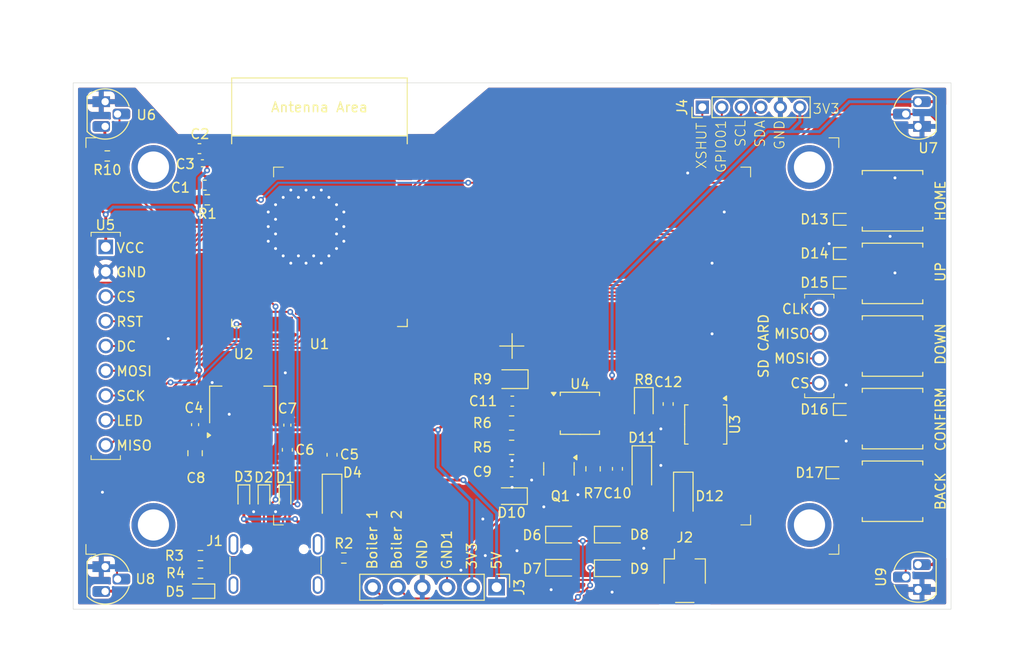
<source format=kicad_pcb>
(kicad_pcb (version 20240108) (generator "pcbnew") (generator_version "8.0")
  (layers (0 "F.Cu" signal) (31 "B.Cu" signal) (34 "B.Paste" user) (35 "F.Paste" user) (36 "B.SilkS" user "B.Silkscreen") (37 "F.SilkS" user "F.Silkscreen") (38 "B.Mask" user) (39 "F.Mask" user) (44 "Edge.Cuts" user))
  (net 0 "")
  (net 1 "Net-(D5-K)")
  (net 2 "Net-(U1-EN)")
  (net 3 "Net-(D10-K)")
  (net 4 "Net-(D11-K)")
  (net 5 "Net-(C11-Pad2)")
  (net 6 "Disp_MOSI")
  (net 7 "Disp_SCK")
  (net 8 "onewire")
  (net 9 "boil_to_cntr")
  (net 10 "cntr_to_boil")
  (net 11 "TOF_SCL")
  (net 12 "TOF_SDA")
  (net 13 "Disp_RES")
  (net 14 "Disp_LED")
  (net 15 "Disp_DC")
  (net 16 "VCC_3V3")
  (net 17 "Net-(C12-Pad2)")
  (net 18 "USB D+")
  (net 19 "USB D-")
  (net 20 "Net-(D6-K)")
  (net 21 "Boiler 1")
  (net 22 "SD_MOSI")
  (net 23 "SD_MISO")
  (net 24 "SD_CS")
  (net 25 "SD_SCK")
  (net 26 "btn_up")
  (net 27 "btn_down")
  (net 28 "btn_confirm")
  (net 29 "btn_back")
  (net 30 "btn_home")
  (net 31 "Disp_CS")
  (net 32 "Disp_MISO")
  (net 33 "TOF_GPIO01")
  (net 34 "TOF_XSHUT")
  (net 35 "Boiler 2")
  (net 36 "Net-(D12-K)")
  (net 41 "Net-(J1-CC2)")
  (net 42 "Net-(J1-CC1)")
  (net 52 "GND")
  (net 53 "VCC_5V")
  (net 54 "GND1")
  (net 55 "Vusb")
  (footprint "Project:SW_Push_SPEH" (layer "F.Cu") (at 189 89.9)
    (property "Reference" "SW5" (hide yes))
    (property "Value" "btn_back")
  )
  (footprint "Connector_PinHeader_2.54mm:PinHeader_1x06_P2.54mm_Vertical" (layer "F.Cu") (at 148.41 99.75 -90)
    (property "Reference" "J3")
    (property "Value" "Test connector")
  )
  (footprint "Connector_PinHeader_2.00mm:PinHeader_1x06_P2.00mm_Vertical" (layer "F.Cu") (at 169.5 50.5 90)
    (property "Reference" "J4")
    (property "Value" "VL6180")
  )
  (footprint "Package_TO_SOT_SMD:SOT-223-3_TabPin2" (layer "F.Cu") (at 122.4 81.025 90)
    (property "Reference" "U2")
    (property "Value" "SGM2212-3.3XKC3G/TR")
  )
  (footprint "Project:SW_Push_SPEH" (layer "F.Cu") (at 189 82.45)
    (property "Reference" "SW4" (hide yes))
    (property "Value" "btn_confirm")
  )
  (footprint "Capacitor_SMD:C_0603_1608Metric" (layer "F.Cu") (at 117.95 54.75 180)
    (property "Reference" "C2")
    (property "Value" "0.1u" (hide yes))
  )
  (footprint "Capacitor_SMD:C_0603_1608Metric" (layer "F.Cu") (at 149.95 87.9)
    (property "Reference" "C9")
    (property "Value" "10n")
  )
  (footprint "Resistor_SMD:R_0603_1608Metric" (layer "F.Cu") (at 118.05 96.5)
    (property "Reference" "R3")
    (property "Value" "4k7")
  )
  (footprint "Resistor_SMD:R_0805_2012Metric" (layer "F.Cu") (at 149.95 82.9 180)
    (property "Reference" "R6")
    (property "Value" "150")
  )
  (footprint "Package_TO_SOT_SMD:SOT-23" (layer "F.Cu") (at 154.8 87.6 -90)
    (property "Reference" "Q1")
    (property "Value" "MMBT2907A")
  )
  (footprint "Capacitor_SMD:C_0603_1608Metric" (layer "F.Cu") (at 131.54 86.16 90)
    (property "Reference" "C5")
    (property "Value" "0.1u")
  )
  (footprint "Package_TO_SOT_THT:TO-92L_HandSolder" (layer "F.Cu") (at 108.28 49.93 -90)
    (property "Reference" "U6")
    (property "Value" "DS18S20")
  )
  (footprint "LED_SMD:LED_0603_1608Metric" (layer "F.Cu") (at 118.03 100.15 180)
    (property "Reference" "D5")
    (property "Value" "XL-1608UGC-04" (hide yes))
  )
  (footprint "Diode_SMD:D_SOD-123" (layer "F.Cu") (at 167.55 90.3 -90)
    (property "Reference" "D12")
    (property "Value" "BZT52C4V3")
  )
  (footprint "Capacitor_SMD:C_0402_1005Metric" (layer "F.Cu") (at 118.25 56.25 180)
    (property "Reference" "C3")
    (property "Value" "10u" (hide yes))
  )
  (footprint "Diode_SMD:D_0805_2012Metric" (layer "F.Cu") (at 149.95 78.4 180)
    (property "Reference" "R9")
    (property "Value" "330")
  )
  (footprint "Diode_SMD:D_SOD-323" (layer "F.Cu") (at 160.05 97.8)
    (property "Reference" "D9")
    (property "Value" "1N4148WS")
  )
  (footprint "Capacitor_SMD:C_0603_1608Metric" (layer "F.Cu") (at 160.8 87.6 -90)
    (property "Reference" "C10")
    (property "Value" "2n2")
  )
  (footprint "Resistor_SMD:R_0603_1608Metric" (layer "F.Cu") (at 132.75 96.75 180)
    (property "Reference" "R2")
    (property "Value" "4k7")
  )
  (footprint "Resistor_SMD:R_0603_1608Metric" (layer "F.Cu") (at 108.5 55.5 180)
    (property "Reference" "R10")
    (property "Value" "4k7")
  )
  (footprint "Diode_SMD:D_SOD-523" (layer "F.Cu") (at 124.562 90.51 -90)
    (property "Reference" "D2")
    (property "Value" "LESD5D5.0CT1G")
  )
  (footprint "Connector_USB:USB_C_Receptacle_GCT_USB4105-xx-A_16P_TopMnt_Horizontal" (layer "F.Cu") (at 125.75 98.45)
    (property "Reference" "J1")
    (property "Value" "USB-C port")
  )
  (footprint "Capacitor_SMD:C_0603_1608Metric" (layer "F.Cu") (at 166 80.95 -90)
    (property "Reference" "C12")
    (property "Value" "2n2")
  )
  (footprint "Diode_SMD:D_SOD-882" (layer "F.Cu") (at 183.75 62)
    (property "Reference" "D13")
    (property "Value" "LESD8D3.3CAT5G-ES")
  )
  (footprint "Project:SW_Push_SPEH" (layer "F.Cu") (at 189 60.1)
    (property "Reference" "SW1" (hide yes))
    (property "Value" "btn_home")
  )
  (footprint "Resistor_SMD:R_0603_1608Metric" (layer "F.Cu") (at 118.75 60 180)
    (property "Reference" "R1")
    (property "Value" "10k")
  )
  (footprint "Connector_JST:JST_SH_SM02B-SRSS-TB_1x02-1MP_P1.00mm_Horizontal" (layer "F.Cu") (at 167.7 98.625)
    (property "Reference" "J2")
    (property "Value" "Boiler")
  )
  (footprint "Resistor_SMD:R_0603_1608Metric" (layer "F.Cu") (at 118.05 98.305)
    (property "Reference" "R4")
    (property "Value" "5k1" (hide yes))
  )
  (footprint "Diode_SMD:D_SOD-123" (layer "F.Cu") (at 131.54 90.51 -90)
    (property "Reference" "D4")
    (property "Value" "1N5819HW-7-F")
  )
  (footprint "Resistor_SMD:R_0805_2012Metric" (layer "F.Cu") (at 149.95 85.4 180)
    (property "Reference" "R5")
    (property "Value" "200")
  )
  (footprint "Diode_SMD:D_SOD-523" (layer "F.Cu") (at 122.5 90.51 -90)
    (property "Reference" "D3")
    (property "Value" "LESD5D5.0CT1G")
  )
  (footprint "Capacitor_SMD:C_0402_1005Metric" (layer "F.Cu") (at 117.5 83.065 90)
    (property "Reference" "C4")
    (property "Value" "10u")
  )
  (footprint "Capacitor_SMD:C_0603_1608Metric" (layer "F.Cu") (at 126.96 85.65 -90)
    (property "Reference" "C6")
    (property "Value" "0.1u")
  )
  (footprint "Package_SO:SOP-4_3.8x4.1mm_P2.54mm" (layer "F.Cu") (at 156.95 81.9)
    (property "Reference" "U4")
    (property "Value" "EL357N-G")
  )
  (footprint "Capacitor_SMD:C_0402_1005Metric" (layer "F.Cu") (at 126.96 83.115 90)
    (property "Reference" "C7")
    (property "Value" "10u")
  )
  (footprint "Package_TO_SOT_THT:TO-92L_HandSolder" (layer "F.Cu") (at 108.28 97.64 -90)
    (property "Reference" "U8")
    (property "Value" "DS18S20")
  )
  (footprint "Capacitor_SMD:C_0603_1608Metric" (layer "F.Cu") (at 150.02 80.655)
    (property "Reference" "C11")
    (property "Value" "10n")
  )
  (footprint "Diode_SMD:D_SOD-323" (layer "F.Cu") (at 155.05 94.35)
    (property "Reference" "D6")
    (property "Value" "1N4148WS")
  )
  (footprint "Package_SO:SOP-4_3.8x4.1mm_P2.54mm" (layer "F.Cu") (at 169.85 83.05 -90)
    (property "Reference" "U3")
    (property "Value" "EL357N-G")
  )
  (footprint "Diode_SMD:D_SOD-882" (layer "F.Cu") (at 183.75 81.5)
    (property "Reference" "D16")
    (property "Value" "LESD8D3.3CAT5G-ES")
  )
  (footprint "Diode_SMD:D_SOD-882" (layer "F.Cu") (at 183 88)
    (property "Reference" "D17")
    (property "Value" "LESD8D3.3CAT5G-ES")
  )
  (footprint "Capacitor_SMD:C_0805_2012Metric" (layer "F.Cu") (at 117.5 85.995 -90)
    (property "Reference" "C8")
    (property "Value" "22u")
  )
  (footprint "Diode_SMD:D_SOD-882" (layer "F.Cu") (at 183.75 68.5)
    (property "Reference" "D15")
    (property "Value" "LESD8D3.3CAT5G-ES")
  )
  (footprint "Diode_SMD:D_0805_2012Metric" (layer "F.Cu") (at 163.5 80.95 -90)
    (property "Reference" "R8")
    (property "Value" "1k5")
  )
  (footprint "Package_TO_SOT_THT:TO-92L_HandSolder" (layer "F.Cu") (at 191.62 52.47 90)
    (property "Reference" "U7")
    (property "Value" "DS18S20")
  )
  (footprint "Diode_SMD:D_SOD-123" (layer "F.Cu") (at 163.3 87.6 -90)
    (property "Reference" "D11")
    (property "Value" "BZT52C15V")
  )
  (footprint "Package_TO_SOT_THT:TO-92L_HandSolder" (layer "F.Cu") (at 191.62 99.97 90)
    (property "Reference" "U9")
    (property "Value" "DS18S20")
  )
  (footprint "Resistor_SMD:R_0805_2012Metric" (layer "F.Cu") (at 158.3 87.6 -90)
    (property "Reference" "R7")
    (property "Value" "330")
  )
  (footprint "Diode_SMD:D_SOD-882" (layer "F.Cu") (at 183.75 65.5)
    (property "Reference" "D14")
    (property "Value" "LESD8D3.3CAT5G-ES")
  )
  (footprint "Diode_SMD:D_SOD-323" (layer "F.Cu") (at 155.05 97.75)
    (property "Reference" "D7")
    (property "Value" "1N4148WS")
  )
  (footprint "Project:SW_Push_SPEH" (layer "F.Cu") (at 189 67.55)
    (property "Reference" "SW2" (hide yes))
    (property "Value" "btn_up")
  )
  (footprint "Project:ILI9341_no_touch" (layer "F.Cu") (at 150 75)
    (property "Reference" "U5")
    (property "Value" "ILI9341_no_touch")
  )
  (footprint "Project:SW_Push_SPEH" (layer "F.Cu") (at 189 75)
    (property "Reference" "SW3" (hide yes))
    (property "Value" "btn_down")
  )
  (footprint "Diode_SMD:D_SOD-323" (layer "F.Cu") (at 149.95 90.4 180)
    (property "Reference" "D10")
    (property "Value" "BZT52C4V7S")
  )
  (footprint "Diode_SMD:D_SOD-323" (layer "F.Cu") (at 160.05 94.35)
    (property "Reference" "D8")
    (property "Value" "1N4148WS")
  )
  (footprint "Capacitor_SMD:C_0603_1608Metric" (layer "F.Cu") (at 118.5 58.5 180)
    (property "Reference" "C1")
    (property "Value" "1u" (hide yes))
  )
  (footprint "PCM_Espressif:ESP32-S3-WROOM-1" (layer "F.Cu") (at 130.25 63.25)
    (property "Reference" "U1")
    (property "Value" "ESP32-S3-WROOM-1-N8R2")
  )
  (footprint "Diode_SMD:D_SOD-523" (layer "F.Cu") (at 126.718 90.51 -90)
    (property "Reference" "D1")
    (property "Value" "LESD5D5.0CT1G")
  )
  (gr_rect (start 105 48) (end 195 102) (stroke (width 0.05)) (fill none) (layer "Edge.Cuts"))
  (gr_text "BACK" (at 194.5 89.9 90) (layer "F.SilkS") (effects (font (size 1 1)) (justify bottom)))
  (gr_text "Boiler 2" (at 138.75 98 90) (layer "F.SilkS") (effects (font (size 1 1)) (justify left bottom)))
  (gr_text "5V" (at 149 98 90) (layer "F.SilkS") (effects (font (size 1 1)) (justify left bottom)))
  (gr_text "GPIO01" (at 172 51.75 90) (layer "F.SilkS") (effects (font (size 1 1) (thickness 0.1)) (justify right bottom)))
  (gr_text "3V3" (at 180.75 51.25 0) (layer "F.SilkS") (effects (font (size 1 1) (thickness 0.1)) (justify left bottom)))
  (gr_text "SDA" (at 176 51.75 90) (layer "F.SilkS") (effects (font (size 1 1) (thickness 0.1)) (justify right bottom)))
  (gr_text "SCL" (at 174 51.75 90) (layer "F.SilkS") (effects (font (size 1 1) (thickness 0.1)) (justify right bottom)))
  (gr_text "Boiler 1\n" (at 136.25 98 90) (layer "F.SilkS") (effects (font (size 1 1)) (justify left bottom)))
  (gr_text "GND1" (at 143.9 98 90) (layer "F.SilkS") (effects (font (size 1 1)) (justify left bottom)))
  (gr_text "DOWN" (at 194.5 74.8 90) (layer "F.SilkS") (effects (font (size 1 1)) (justify bottom)))
  (gr_text "3V3" (at 146.45 98 90) (layer "F.SilkS") (effects (font (size 1 1)) (justify left bottom)))
  (gr_text "UP" (at 194.5 67.4 90) (layer "F.SilkS") (effects (font (size 1 1)) (justify bottom)))
  (gr_text "XSHUT" (at 170 52 90) (layer "F.SilkS") (effects (font (size 1 1) (thickness 0.1)) (justify right bottom)))
  (gr_text "GND" (at 141.35 98 90) (layer "F.SilkS") (effects (font (size 1 1)) (justify left bottom)))
  (gr_text "GND\n" (at 178 51.75 90) (layer "F.SilkS") (effects (font (size 1 1) (thickness 0.1)) (justify right bottom)))
  (gr_text "CONFIRM" (at 194.5 82.5 90) (layer "F.SilkS") (effects (font (size 1 1)) (justify bottom)))
  (gr_text "HOME" (at 194.5 60.1 90) (layer "F.SilkS") (effects (font (size 1 1)) (justify bottom)))
  (segment (start 118.875 98.305) (end 118.875 100.0925) (width 0.2) (layer "F.Cu") (net 1))
  (segment (start 119.275 58.5) (end 119.275 57.755) (width 0.2) (layer "F.Cu") (net 2))
  (segment (start 119.575 59.325) (end 119.275 59.025) (width 0.2) (layer "F.Cu") (net 2))
  (segment (start 119.575 60) (end 119.575 59.325) (width 0.2) (layer "F.Cu") (net 2))
  (segment (start 119.5 57.53) (end 121.5 57.53) (width 0.2) (layer "F.Cu") (net 2))
  (segment (start 119.275 59.025) (end 119.275 58.5) (width 0.2) (layer "F.Cu") (net 2))
  (segment (start 119.275 57.755) (end 119.5 57.53) (width 0.2) (layer "F.Cu") (net 2))
  (segment (start 152.5 86.25) (end 152.5 85.75) (width 0.2) (layer "F.Cu") (net 3))
  (segment (start 150.725 87.9) (end 150.725 89.225) (width 0.2) (layer "F.Cu") (net 3))
  (segment (start 151.85 87.9) (end 150.725 87.9) (width 0.2) (layer "F.Cu") (net 3))
  (segment (start 152.5 87.25) (end 151.85 87.9) (width 0.2) (layer "F.Cu") (net 3))
  (segment (start 150.725 89.225) (end 151 89.5) (width 0.2) (layer "F.Cu") (net 3))
  (segment (start 151 89.5) (end 151 90.4) (width 0.2) (layer "F.Cu") (net 3))
  (segment (start 152.9125 86.6625) (end 152.5 86.25) (width 0.2) (layer "F.Cu") (net 3))
  (segment (start 152.5 85.75) (end 152.15 85.4) (width 0.2) (layer "F.Cu") (net 3))
  (segment (start 152.5 86.25) (end 152.5 87.25) (width 0.2) (layer "F.Cu") (net 3))
  (segment (start 153.85 86.6625) (end 152.9125 86.6625) (width 0.2) (layer "F.Cu") (net 3))
  (segment (start 152.15 85.4) (end 150.8625 85.4) (width 0.2) (layer "F.Cu") (net 3))
  (segment (start 159.825 86.825) (end 159.6875 86.6875) (width 0.2) (layer "F.Cu") (net 4))
  (segment (start 160.8 86.825) (end 159.825 86.825) (width 0.2) (layer "F.Cu") (net 4))
  (segment (start 160.8 86.825) (end 161.675 86.825) (width 0.2) (layer "F.Cu") (net 4))
  (segment (start 158.275 86.6625) (end 155.75 86.6625) (width 0.2) (layer "F.Cu") (net 4))
  (segment (start 159.6875 86.6875) (end 158.3 86.6875) (width 0.2) (layer "F.Cu") (net 4))
  (segment (start 163.3 85.2) (end 163.3 85.95) (width 0.2) (layer "F.Cu") (net 4))
  (segment (start 164 84.5) (end 163.3 85.2) (width 0.2) (layer "F.Cu") (net 4))
  (segment (start 171.12 85.37) (end 170.25 84.5) (width 0.2) (layer "F.Cu") (net 4))
  (segment (start 170.25 84.5) (end 164 84.5) (width 0.2) (layer "F.Cu") (net 4))
  (segment (start 162.55 85.95) (end 163.3 85.95) (width 0.2) (layer "F.Cu") (net 4))
  (segment (start 161.675 86.825) (end 162.55 85.95) (width 0.2) (layer "F.Cu") (net 4))
  (segment (start 150.8625 82.9) (end 150.8625 83.8875) (width 0.2) (layer "F.Cu") (net 5))
  (segment (start 150.795 80.655) (end 153.75 80.655) (width 0.2) (layer "F.Cu") (net 5))
  (segment (start 150.8625 82.9) (end 150.8625 80.7225) (width 0.2) (layer "F.Cu") (net 5))
  (segment (start 149.0375 84.4625) (end 149.0375 85.4) (width 0.2) (layer "F.Cu") (net 5))
  (segment (start 150.5 84.25) (end 149.25 84.25) (width 0.2) (layer "F.Cu") (net 5))
  (segment (start 150.8625 83.8875) (end 150.5 84.25) (width 0.2) (layer "F.Cu") (net 5))
  (segment (start 149.25 84.25) (end 149.0375 84.4625) (width 0.2) (layer "F.Cu") (net 5))
  (segment (start 115.970052 77.54) (end 119.010052 74.5) (width 0.2) (layer "F.Cu") (net 6))
  (segment (start 127.75 74.5) (end 128.345 73.905) (width 0.2) (layer "F.Cu") (net 6))
  (segment (start 119.010052 74.5) (end 127.75 74.5) (width 0.2) (layer "F.Cu") (net 6))
  (segment (start 128.345 73.905) (end 128.345 72.75) (width 0.2) (layer "F.Cu") (net 6))
  (segment (start 108.34 77.54) (end 115.970052 77.54) (width 0.2) (layer "F.Cu") (net 6))
  (segment (start 127.894975 74.85) (end 129.615 73.129975) (width 0.2) (layer "F.Cu") (net 7))
  (segment (start 108.34 80.08) (end 112.864364 80.08) (width 0.2) (layer "F.Cu") (net 7))
  (segment (start 119.155026 74.85) (end 127.894975 74.85) (width 0.2) (layer "F.Cu") (net 7))
  (segment (start 112.864364 80.08) (end 114.944364 78) (width 0.2) (layer "F.Cu") (net 7))
  (segment (start 116.005026 78) (end 119.155026 74.85) (width 0.2) (layer "F.Cu") (net 7))
  (segment (start 114.944364 78) (end 116.005026 78) (width 0.2) (layer "F.Cu") (net 7))
  (segment (start 190.35 51.2) (end 192.8 51.2) (width 0.2) (layer "F.Cu") (net 8))
  (segment (start 106 91.75) (end 106 69.25) (width 0.2) (layer "F.Cu") (net 8))
  (segment (start 124.25 60) (end 124.18 60.07) (width 0.2) (layer "F.Cu") (net 8))
  (segment (start 190.35 97.379208) (end 190.35 98.7) (width 0.2) (layer "F.Cu") (net 8))
  (segment (start 109.5 98.86) (end 109.5 95.25) (width 0.2) (layer "F.Cu") (net 8))
  (segment (start 109.325 55.5) (end 109.325 54.175) (width 0.2) (layer "F.Cu") (net 8))
  (segment (start 109.5 95.25) (end 106 91.75) (width 0.2) (layer "F.Cu") (net 8))
  (segment (start 106.75 68.5) (end 106 69.25) (width 0.2) (layer "F.Cu") (net 8))
  (segment (start 114.76 62.76) (end 118.51 62.76) (width 0.2) (layer "F.Cu") (net 8))
  (segment (start 109.325 57.325) (end 114.76 62.76) (width 0.2) (layer "F.Cu") (net 8))
  (segment (start 145.5 58.25) (end 174.875 58.25) (width 0.2) (layer "F.Cu") (net 8))
  (segment (start 174.875 58.25) (end 181.875 51.25) (width 0.2) (layer "F.Cu") (net 8))
  (segment (start 109.75 53.75) (end 109.75 51.4) (width 0.2) (layer "F.Cu") (net 8))
  (segment (start 193.55 51.95) (end 193.55 95.7) (width 0.2) (layer "F.Cu") (net 8))
  (segment (start 181.875 51.25) (end 190.3 51.25) (width 0.2) (layer "F.Cu") (net 8))
  (segment (start 193.55 95.7) (end 192.67 96.58) (width 0.2) (layer "F.Cu") (net 8))
  (segment (start 124.18 60.07) (end 121.5 60.07) (width 0.2) (layer "F.Cu") (net 8))
  (segment (start 118.51 62.76) (end 112.77 68.5) (width 0.2) (layer "F.Cu") (net 8))
  (segment (start 109.325 55.5) (end 109.325 57.325) (width 0.2) (layer "F.Cu") (net 8))
  (segment (start 109.325 54.175) (end 109.75 53.75) (width 0.2) (layer "F.Cu") (net 8))
  (segment (start 191.149208 96.58) (end 190.35 97.379208) (width 0.2) (layer "F.Cu") (net 8))
  (segment (start 192.8 51.2) (end 193.55 51.95) (width 0.2) (layer "F.Cu") (net 8))
  (segment (start 121.2 60.07) (end 118.51 62.76) (width 0.2) (layer "F.Cu") (net 8))
  (segment (start 192.67 96.58) (end 191.149208 96.58) (width 0.2) (layer "F.Cu") (net 8))
  (segment (start 112.77 68.5) (end 106.75 68.5) (width 0.2) (layer "F.Cu") (net 8))
  (via (at 145.5 58.25) (size 0.6) (drill 0.3) (layers "F.Cu" "B.Cu") (net 8))
  (via (at 124.25 60) (size 0.6) (drill 0.3) (layers "F.Cu" "B.Cu") (net 8))
  (segment (start 126 58.25) (end 124.25 60) (width 0.2) (layer "B.Cu") (net 8))
  (segment (start 145.5 58.25) (end 126 58.25) (width 0.2) (layer "B.Cu") (net 8))
  (segment (start 162.1 76.705025) (end 162.1 79.6) (width 0.2) (layer "F.Cu") (net 9))
  (segment (start 138 75.75) (end 161.144975 75.75) (width 0.2) (layer "F.Cu") (net 9))
  (segment (start 137.235 72.75) (end 137.235 74.985) (width 0.2) (layer "F.Cu") (net 9))
  (segment (start 162.5125 80.0125) (end 163.5 80.0125) (width 0.2) (layer "F.Cu") (net 9))
  (segment (start 161.144975 75.75) (end 162.1 76.705025) (width 0.2) (layer "F.Cu") (net 9))
  (segment (start 162.1 79.6) (end 162.5125 80.0125) (width 0.2) (layer "F.Cu") (net 9))
  (segment (start 137.235 74.985) (end 138 75.75) (width 0.2) (layer "F.Cu") (net 9))
  (segment (start 160.125 83.17) (end 161.33 83.17) (width 0.2) (layer "F.Cu") (net 10))
  (segment (start 161.75 82.75) (end 161.75 76.85) (width 0.2) (layer "F.Cu") (net 10))
  (segment (start 137.855025 76.1) (end 135.965 74.209975) (width 0.2) (layer "F.Cu") (net 10))
  (segment (start 150.8875 76.6375) (end 150.35 76.1) (width 0.2) (layer "F.Cu") (net 10))
  (segment (start 150.35 76.1) (end 149.75 76.1) (width 0.2) (layer "F.Cu") (net 10))
  (segment (start 161 76.1) (end 149.75 76.1) (width 0.2) (layer "F.Cu") (net 10))
  (segment (start 150.8875 78.4) (end 150.8875 76.6375) (width 0.2) (layer "F.Cu") (net 10))
  (segment (start 135.965 74.209975) (end 135.965 72.75) (width 0.2) (layer "F.Cu") (net 10))
  (segment (start 149.75 76.1) (end 137.855025 76.1) (width 0.2) (layer "F.Cu") (net 10))
  (segment (start 161.75 76.85) (end 161 76.1) (width 0.2) (layer "F.Cu") (net 10))
  (segment (start 161.33 83.17) (end 161.75 82.75) (width 0.2) (layer "F.Cu") (net 10))
  (segment (start 171.844976 51.65) (end 173.1 51.65) (width 0.2) (layer "F.Cu") (net 11))
  (segment (start 139.694974 58.8) (end 144.094974 54.4) (width 0.2) (layer "F.Cu") (net 11))
  (segment (start 173.5 51.25) (end 173.5 50.5) (width 0.2) (layer "F.Cu") (net 11))
  (segment (start 173.1 51.65) (end 173.5 51.25) (width 0.2) (layer "F.Cu") (net 11))
  (segment (start 139.694974 58.8) (end 139 58.8) (width 0.2) (layer "F.Cu") (net 11))
  (segment (start 169.094976 54.4) (end 171.844976 51.65) (width 0.2) (layer "F.Cu") (net 11))
  (segment (start 144.094974 54.4) (end 169.094976 54.4) (width 0.2) (layer "F.Cu") (net 11))
  (segment (start 139.43 60.07) (end 140 59.5) (width 0.2) (layer "F.Cu") (net 12))
  (segment (start 169.23995 54.75) (end 171.98995 52) (width 0.2) (layer "F.Cu") (net 12))
  (segment (start 144.239949 54.75) (end 169.23995 54.75) (width 0.2) (layer "F.Cu") (net 12))
  (segment (start 140 58.989949) (end 144.239949 54.75) (width 0.2) (layer "F.Cu") (net 12))
  (segment (start 171.98995 52) (end 174 52) (width 0.2) (layer "F.Cu") (net 12))
  (segment (start 174 52) (end 175.5 50.5) (width 0.2) (layer "F.Cu") (net 12))
  (segment (start 140 59.5) (end 140 58.989949) (width 0.2) (layer "F.Cu") (net 12))
  (segment (start 118.379948 63.88) (end 121.5 63.88) (width 0.2) (layer "F.Cu") (net 13))
  (segment (start 108.34 72.46) (end 109.799948 72.46) (width 0.2) (layer "F.Cu") (net 13))
  (segment (start 109.799948 72.46) (end 118.379948 63.88) (width 0.2) (layer "F.Cu") (net 13))
  (segment (start 110.819338 82.62) (end 108.34 82.62) (width 0.2) (layer "F.Cu") (net 14))
  (segment (start 114.703247 78.736091) (end 110.819338 82.62) (width 0.2) (layer "F.Cu") (net 14))
  (segment (start 114.986091 78.736091) (end 114.703247 78.736091) (width 0.2) (layer "F.Cu") (net 14))
  (segment (start 121.75 72.75) (end 123.265 72.75) (width 0.2) (layer "F.Cu") (net 14))
  (via (at 114.986091 78.736091) (size 0.6) (drill 0.3) (layers "F.Cu" "B.Cu") (net 14))
  (via (at 121.75 72.75) (size 0.6) (drill 0.3) (layers "F.Cu" "B.Cu") (net 14))
  (segment (start 114.986091 78.736091) (end 115 78.75) (width 0.2) (layer "B.Cu") (net 14))
  (segment (start 121.75 74.511029) (end 121.75 72.75) (width 0.2) (layer "B.Cu") (net 14))
  (segment (start 117.511029 78.75) (end 121.75 74.511029) (width 0.2) (layer "B.Cu") (net 14))
  (segment (start 115 78.75) (end 117.511029 78.75) (width 0.2) (layer "B.Cu") (net 14))
  (segment (start 108.34 75) (end 109.5 75) (width 0.2) (layer "F.Cu") (net 15))
  (segment (start 117.604922 65.15) (end 121.5 65.15) (width 0.2) (layer "F.Cu") (net 15))
  (segment (start 110.127461 74.372539) (end 110.127461 72.627461) (width 0.2) (layer "F.Cu") (net 15))
  (segment (start 110.127461 72.627461) (end 117.604922 65.15) (width 0.2) (layer "F.Cu") (net 15))
  (segment (start 109.5 75) (end 110.127461 74.372539) (width 0.2) (layer "F.Cu") (net 15))
  (segment (start 124.7 81.45) (end 124.7 84.175) (width 0.3) (layer "F.Cu") (net 16))
  (segment (start 115.676409 79.736091) (end 114.834617 79.736091) (width 0.3) (layer "F.Cu") (net 16))
  (segment (start 117.925 79.925) (end 118.75 80.75) (width 0.3) (layer "F.Cu") (net 16))
  (segment (start 142.405 83.595) (end 126.96 83.595) (width 0.3) (layer "F.Cu") (net 16))
  (segment (start 126.96 84.875) (end 126.96 83.595) (width 0.3) (layer "F.Cu") (net 16))
  (segment (start 118.73 56.25) (end 118.73 56.98) (width 0.3) (layer "F.Cu") (net 16))
  (segment (start 194 50.5) (end 193.43 49.93) (width 0.3) (layer "F.Cu") (net 16))
  (segment (start 113.5 100.15) (end 117.2425 100.15) (width 0.3) (layer "F.Cu") (net 16))
  (segment (start 159.7 80.2) (end 159.25 79.75) (width 0.3) (layer "F.Cu") (net 16))
  (segment (start 108.25 53.75) (end 107.675 54.325) (width 0.3) (layer "F.Cu") (net 16))
  (segment (start 108.34 61.5) (end 108.34 64.84) (width 0.3) (layer "F.Cu") (net 16))
  (segment (start 108.25 52.5) (end 108.25 53.75) (width 0.3) (layer "F.Cu") (net 16))
  (segment (start 114.834617 79.736091) (end 110 84.570708) (width 0.3) (layer "F.Cu") (net 16))
  (segment (start 111.5 99.4) (end 112.25 100.15) (width 0.3) (layer "F.Cu") (net 16))
  (segment (start 124 80.75) (end 124.7 81.45) (width 0.3) (layer "F.Cu") (net 16))
  (segment (start 193.43 49.93) (end 192.18 49.93) (width 0.3) (layer "F.Cu") (net 16))
  (segment (start 117.925 61.425) (end 118 61.5) (width 0.3) (layer "F.Cu") (net 16))
  (segment (start 117.925 77.4875) (end 117.925 79.925) (width 0.3) (layer "F.Cu") (net 16))
  (segment (start 110 96.25) (end 111.5 97.75) (width 0.3) (layer "F.Cu") (net 16))
  (segment (start 107.675 54.325) (end 107.675 55.5) (width 0.3) (layer "F.Cu") (net 16))
  (segment (start 160.25 78) (end 160.25 78.75) (width 0.3) (layer "F.Cu") (net 16))
  (segment (start 107.675 60.835) (end 107.675 55.5) (width 0.3) (layer "F.Cu") (net 16))
  (segment (start 159.25 79.75) (end 146.25 79.75) (width 0.3) (layer "F.Cu") (net 16))
  (segment (start 146.25 79.75) (end 142.405 83.595) (width 0.3) (layer "F.Cu") (net 16))
  (segment (start 159.7 80.63) (end 159.7 80.2) (width 0.3) (layer "F.Cu") (net 16))
  (segment (start 194 96.5) (end 194 50.5) (width 0.3) (layer "F.Cu") (net 16))
  (segment (start 121.5 56.26) (end 118.74 56.26) (width 0.3) (layer "F.Cu") (net 16))
  (segment (start 126.96 83.595) (end 125.28 83.595) (width 0.3) (layer "F.Cu") (net 16))
  (segment (start 117.925 60) (end 117.925 61.425) (width 0.3) (layer "F.Cu") (net 16))
  (segment (start 113.5 100.15) (end 108.31 100.15) (width 0.3) (layer "F.Cu") (net 16))
  (segment (start 193.07 97.43) (end 194 96.5) (width 0.3) (layer "F.Cu") (net 16))
  (segment (start 118.75 80.75) (end 124 80.75) (width 0.3) (layer "F.Cu") (net 16))
  (segment (start 118.73 56.25) (end 118.73 54.755) (width 0.3) (layer "F.Cu") (net 16))
  (segment (start 112.25 100.15) (end 113.5 100.15) (width 0.3) (layer "F.Cu") (net 16))
  (segment (start 108.34 61.5) (end 107.675 60.835) (width 0.3) (layer "F.Cu") (net 16))
  (segment (start 110 84.570708) (end 110 96.25) (width 0.3) (layer "F.Cu") (net 16))
  (segment (start 111.5 97.75) (end 111.5 99.4) (width 0.3) (layer "F.Cu") (net 16))
  (segment (start 191.62 97.43) (end 193.07 97.43) (width 0.3) (layer "F.Cu") (net 16))
  (segment (start 117.925 77.4875) (end 115.676409 79.736091) (width 0.3) (layer "F.Cu") (net 16))
  (segment (start 159.25 79.75) (end 160.25 78.75) (width 0.3) (layer "F.Cu") (net 16))
  (via (at 108.34 61.5) (size 0.6) (drill 0.3) (layers "F.Cu" "B.Cu") (net 16))
  (via (at 160.25 78) (size 0.6) (drill 0.3) (layers "F.Cu" "B.Cu") (net 16))
  (via (at 117.925 77.4875) (size 0.6) (drill 0.3) (layers "F.Cu" "B.Cu") (net 16))
  (via (at 117.925 61.5) (size 0.6) (drill 0.3) (layers "F.Cu" "B.Cu") (net 16))
  (via (at 142.405 83.595) (size 0.6) (drill 0.3) (layers "F.Cu" "B.Cu") (net 16))
  (via (at 118.73 56.98) (size 0.6) (drill 0.3) (layers "F.Cu" "B.Cu") (net 16))
  (segment (start 181.5 53) (end 184.57 49.93) (width 0.3) (layer "B.Cu") (net 16))
  (segment (start 184.57 49.93) (end 191.62 49.93) (width 0.3) (layer "B.Cu") (net 16))
  (segment (start 117.925 60.25) (end 117.925 59.5) (width 0.3) (layer "B.Cu") (net 16))
  (segment (start 178.25 53) (end 181.5 53) (width 0.3) (layer "B.Cu") (net 16))
  (segment (start 176.25 53) (end 178.25 53) (width 0.3) (layer "B.Cu") (net 16))
  (segment (start 117.925 61.5) (end 117.925 60.25) (width 0.3) (layer "B.Cu") (net 16))
  (segment (start 145.87 99.75) (end 145.87 90.87) (width 0.3) (layer "B.Cu") (net 16))
  (segment (start 178.5 53) (end 178.25 53) (width 0.3) (layer "B.Cu") (net 16))
  (segment (start 109.09 60.75) (end 117.175 60.75) (width 0.3) (layer "B.Cu") (net 16))
  (segment (start 117.925 57.785) (end 118.73 56.98) (width 0.3) (layer "B.Cu") (net 16))
  (segment (start 108.34 61.5) (end 109.09 60.75) (width 0.3) (layer "B.Cu") (net 16))
  (segment (start 117.925 59.5) (end 117.925 57.785) (width 0.3) (layer "B.Cu") (net 16))
  (segment (start 179.5 50.5) (end 179.5 52) (width 0.3) (layer "B.Cu") (net 16))
  (segment (start 142.405 87.405) (end 142.405 83.595) (width 0.3) (layer "B.Cu") (net 16))
  (segment (start 160.25 69) (end 176.25 53) (width 0.3) (layer "B.Cu") (net 16))
  (segment (start 160.25 78) (end 160.25 69) (width 0.3) (layer "B.Cu") (net 16))
  (segment (start 145.87 90.87) (end 142.405 87.405) (width 0.3) (layer "B.Cu") (net 16))
  (segment (start 117.175 60.75) (end 117.925 61.5) (width 0.3) (layer "B.Cu") (net 16))
  (segment (start 179.5 52) (end 178.5 53) (width 0.3) (layer "B.Cu") (net 16))
  (segment (start 117.925 61.5) (end 117.925 77.475) (width 0.3) (layer "B.Cu") (net 16))
  (segment (start 165.025 81.725) (end 164.8625 81.8875) (width 0.2) (layer "F.Cu") (net 17))
  (segment (start 171.12 81.13) (end 171.12 79.875) (width 0.2) (layer "F.Cu") (net 17))
  (segment (start 164.8625 81.8875) (end 163.5 81.8875) (width 0.2) (layer "F.Cu") (net 17))
  (segment (start 166 81.725) (end 170.525 81.725) (width 0.2) (layer "F.Cu") (net 17))
  (segment (start 170.525 81.725) (end 171.12 81.13) (width 0.2) (layer "F.Cu") (net 17))
  (segment (start 166 81.725) (end 165.025 81.725) (width 0.2) (layer "F.Cu") (net 17))
  (segment (start 126.25 96) (end 126.5 95.75) (width 0.2) (layer "F.Cu") (net 18))
  (segment (start 125.75 96) (end 126.25 96) (width 0.2) (layer "F.Cu") (net 18))
  (segment (start 125.5 94.77) (end 125.5 95.75) (width 0.2) (layer "F.Cu") (net 18))
  (segment (start 127.25 71.5) (end 121.93 71.5) (width 0.2) (layer "F.Cu") (net 18))
  (segment (start 126.75 92.5) (end 126.75 91.242) (width 0.2) (layer "F.Cu") (net 18))
  (segment (start 126.5 94.77) (end 126.5 92.75) (width 0.2) (layer "F.Cu") (net 18))
  (segment (start 126.5 95.75) (end 126.5 94.77) (width 0.2) (layer "F.Cu") (net 18))
  (segment (start 128 91.25) (end 127.96 91.21) (width 0.2) (layer "F.Cu") (net 18))
  (segment (start 127.96 91.21) (end 126.718 91.21) (width 0.2) (layer "F.Cu") (net 18))
  (segment (start 126.5 92.75) (end 126.75 92.5) (width 0.2) (layer "F.Cu") (net 18))
  (segment (start 125.75 96) (end 125.5 95.75) (width 0.2) (layer "F.Cu") (net 18))
  (via (at 128 91.25) (size 0.6) (drill 0.3) (layers "F.Cu" "B.Cu") (net 18))
  (via (at 127.25 71.5) (size 0.6) (drill 0.3) (layers "F.Cu" "B.Cu") (net 18))
  (segment (start 127.25 71.5) (end 128 72.25) (width 0.2) (layer "B.Cu") (net 18))
  (segment (start 128 72.25) (end 128 91.25) (width 0.2) (layer "B.Cu") (net 18))
  (segment (start 125.75 70.95) (end 125.03 70.23) (width 0.2) (layer "F.Cu") (net 19))
  (segment (start 125.03 70.23) (end 121.5 70.23) (width 0.2) (layer "F.Cu") (net 19))
  (segment (start 125.25 91.25) (end 124.602 91.25) (width 0.2) (layer "F.Cu") (net 19))
  (segment (start 125.75 93.75) (end 125 93.75) (width 0.2) (layer "F.Cu") (net 19))
  (segment (start 126 94.77) (end 126 94) (width 0.2) (layer "F.Cu") (net 19))
  (segment (start 126 94) (end 125.75 93.75) (width 0.2) (layer "F.Cu") (net 19))
  (segment (start 125.75 90.75) (end 125.25 91.25) (width 0.2) (layer "F.Cu") (net 19))
  (segment (start 125 93.75) (end 124.562 93.312) (width 0.2) (layer "F.Cu") (net 19))
  (segment (start 125 94.77) (end 125 93.75) (width 0.2) (layer "F.Cu") (net 19))
  (segment (start 124.562 93.312) (end 124.562 91.21) (width 0.2) (layer "F.Cu") (net 19))
  (via (at 125.75 90.75) (size 0.6) (drill 0.3) (layers "F.Cu" "B.Cu") (net 19))
  (via (at 125.75 70.95) (size 0.6) (drill 0.3) (layers "F.Cu" "B.Cu") (net 19))
  (segment (start 125.75 70.95) (end 125.75 90.75) (width 0.2) (layer "B.Cu") (net 19))
  (segment (start 159 93) (end 157.95 91.95) (width 0.2) (layer "F.Cu") (net 20))
  (segment (start 159 94.35) (end 159 93) (width 0.2) (layer "F.Cu") (net 20))
  (segment (start 154 92.75) (end 154.8 91.95) (width 0.2) (layer "F.Cu") (net 20))
  (segment (start 157.95 91.95) (end 154.8 91.95) (width 0.2) (layer "F.Cu") (net 20))
  (segment (start 154 94.35) (end 154 92.75) (width 0.2) (layer "F.Cu") (net 20))
  (segment (start 158.3 88.5125) (end 154.825 88.5125) (width 0.2) (layer "F.Cu") (net 20))
  (segment (start 154.8 91.95) (end 154.8 88.5375) (width 0.2) (layer "F.Cu") (net 20))
  (segment (start 160.625 93.875) (end 159.5 95) (width 0.2) (layer "F.Cu") (net 21))
  (segment (start 167.2 96.625) (end 164.45 93.875) (width 0.2) (layer "F.Cu") (net 21))
  (segment (start 164.45 93.875) (end 160.625 93.875) (width 0.2) (layer "F.Cu") (net 21))
  (segment (start 155.25 95.75) (end 154 97) (width 0.2) (layer "F.Cu") (net 21))
  (segment (start 154 97) (end 154 97.75) (width 0.2) (layer "F.Cu") (net 21))
  (segment (start 159.5 95) (end 157.25 95) (width 0.2) (layer "F.Cu") (net 21))
  (segment (start 156.1 95.4) (end 155.75 95.75) (width 0.2) (layer "F.Cu") (net 21))
  (segment (start 155.75 95.75) (end 155.25 95.75) (width 0.2) (layer "F.Cu") (net 21))
  (segment (start 156.25 101.25) (end 137.21 101.25) (width 0.2) (layer "F.Cu") (net 21))
  (segment (start 156.75 100.75) (end 156.25 101.25) (width 0.2) (layer "F.Cu") (net 21))
  (segment (start 157.25 95) (end 156.1 95) (width 0.2) (layer "F.Cu") (net 21))
  (segment (start 156.1 95) (end 156.1 95.4) (width 0.2) (layer "F.Cu") (net 21))
  (segment (start 156.1 94.35) (end 156.1 95) (width 0.2) (layer "F.Cu") (net 21))
  (segment (start 137.21 101.25) (end 135.71 99.75) (width 0.2) (layer "F.Cu") (net 21))
  (via (at 156.75 100.75) (size 0.6) (drill 0.3) (layers "F.Cu" "B.Cu") (net 21))
  (via (at 157.25 95) (size 0.6) (drill 0.3) (layers "F.Cu" "B.Cu") (net 21))
  (segment (start 156.75 100.75) (end 157.25 100.25) (width 0.2) (layer "B.Cu") (net 21))
  (segment (start 157.25 100.25) (end 157.25 95) (width 0.2) (layer "B.Cu") (net 21))
  (segment (start 142.6 69.1) (end 170.094974 69.1) (width 0.2) (layer "F.Cu") (net 22))
  (segment (start 139 67.69) (end 141.19 67.69) (width 0.2) (layer "F.Cu") (net 22))
  (segment (start 141.19 67.69) (end 142.6 69.1) (width 0.2) (layer "F.Cu") (net 22))
  (segment (start 170.094974 69.1) (end 177.264974 76.27) (width 0.2) (layer "F.Cu") (net 22))
  (segment (start 177.264974 76.27) (end 181.49 76.27) (width 0.2) (layer "F.Cu") (net 22))
  (segment (start 175.23 73.73) (end 181.49 73.73) (width 0.2) (layer "F.Cu") (net 23))
  (segment (start 142.75 68.75) (end 170.25 68.75) (width 0.2) (layer "F.Cu") (net 23))
  (segment (start 140.42 66.42) (end 142.75 68.75) (width 0.2) (layer "F.Cu") (net 23))
  (segment (start 139 66.42) (end 140.42 66.42) (width 0.2) (layer "F.Cu") (net 23))
  (segment (start 170.25 68.75) (end 175.23 73.73) (width 0.2) (layer "F.Cu") (net 23))
  (segment (start 142.5 69.5) (end 170 69.5) (width 0.2) (layer "F.Cu") (net 24))
  (segment (start 139 68.96) (end 141.96 68.96) (width 0.2) (layer "F.Cu") (net 24))
  (segment (start 141.96 68.96) (end 142.5 69.5) (width 0.2) (layer "F.Cu") (net 24))
  (segment (start 170 69.5) (end 179.31 78.81) (width 0.2) (layer "F.Cu") (net 24))
  (segment (start 179.31 78.81) (end 181.49 78.81) (width 0.2) (layer "F.Cu") (net 24))
  (segment (start 173.184975 71.19) (end 181.49 71.19) (width 0.2) (layer "F.Cu") (net 25))
  (segment (start 142.9 68.4) (end 170.394975 68.4) (width 0.2) (layer "F.Cu") (net 25))
  (segment (start 170.394975 68.4) (end 173.184975 71.19) (width 0.2) (layer "F.Cu") (net 25))
  (segment (start 139.65 65.15) (end 142.9 68.4) (width 0.2) (layer "F.Cu") (net 25))
  (segment (start 139.3 62.61) (end 140.22 63.53) (width 0.2) (layer "F.Cu") (net 26))
  (segment (start 183.78 63.53) (end 184.1 63.85) (width 0.2) (layer "F.Cu") (net 26))
  (segment (start 140.22 63.53) (end 183.78 63.53) (width 0.2) (layer "F.Cu") (net 26))
  (segment (start 184.1 63.85) (end 184.1 65.5) (width 0.2) (layer "F.Cu") (net 26))
  (segment (start 184.1 65.5) (end 191.5 65.5) (width 0.2) (layer "F.Cu") (net 26))
  (segment (start 192 66) (end 192 67.55) (width 0.2) (layer "F.Cu") (net 26))
  (segment (start 191.5 65.5) (end 192 66) (width 0.2) (layer "F.Cu") (net 26))
  (segment (start 184.1 68.5) (end 190.6 75) (width 0.2) (layer "F.Cu") (net 27))
  (segment (start 180.38 63.88) (end 184.1 67.6) (width 0.2) (layer "F.Cu") (net 27))
  (segment (start 184.1 67.6) (end 184.1 68.5) (width 0.2) (layer "F.Cu") (net 27))
  (segment (start 139 63.88) (end 180.38 63.88) (width 0.2) (layer "F.Cu") (net 27))
  (segment (start 190.6 75) (end 192 75) (width 0.2) (layer "F.Cu") (net 27))
  (segment (start 184.1 81.15) (end 184.5 80.75) (width 0.2) (layer "F.Cu") (net 28))
  (segment (start 191.65 80.75) (end 192 81.1) (width 0.2) (layer "F.Cu") (net 28))
  (segment (start 142 70.25) (end 142.4 69.85) (width 0.2) (layer "F.Cu") (net 28))
  (segment (start 139.02 70.25) (end 142 70.25) (width 0.2) (layer "F.Cu") (net 28))
  (segment (start 142.4 69.85) (end 169.855026 69.85) (width 0.2) (layer "F.Cu") (net 28))
  (segment (start 169.855026 69.85) (end 180.755026 80.75) (width 0.2) (layer "F.Cu") (net 28))
  (segment (start 184.5 80.75) (end 191.65 80.75) (width 0.2) (layer "F.Cu") (net 28))
  (segment (start 183.7 80.75) (end 184.1 81.15) (width 0.2) (layer "F.Cu") (net 28))
  (segment (start 180.755026 80.75) (end 183.7 80.75) (width 0.2) (layer "F.Cu") (net 28))
  (segment (start 192 81.1) (end 192 82.45) (width 0.2) (layer "F.Cu") (net 28))
  (segment (start 184.1 81.15) (end 184.1 81.5) (width 0.2) (layer "F.Cu") (net 28))
  (segment (start 139 71.5) (end 140.25 71.5) (width 0.2) (layer "F.Cu") (net 29))
  (segment (start 192 88.5) (end 192 89.9) (width 0.2) (layer "F.Cu") (net 29))
  (segment (start 142.544975 70.2) (end 169.710052 70.2) (width 0.2) (layer "F.Cu") (net 29))
  (segment (start 141.15 70.6) (end 142.144975 70.6) (width 0.2) (layer "F.Cu") (net 29))
  (segment (start 169.710052 70.2) (end 183.35 83.839948) (width 0.2) (layer "F.Cu") (net 29))
  (segment (start 140.25 71.5) (end 141.15 70.6) (width 0.2) (layer "F.Cu") (net 29))
  (segment (start 183.35 83.839948) (end 183.35 88) (width 0.2) (layer "F.Cu") (net 29))
  (segment (start 191.5 88) (end 192 88.5) (width 0.2) (layer "F.Cu") (net 29))
  (segment (start 142.144975 70.6) (end 142.544975 70.2) (width 0.2) (layer "F.Cu") (net 29))
  (segment (start 183.35 88) (end 191.5 88) (width 0.2) (layer "F.Cu") (net 29))
  (segment (start 184.1 62.5) (end 184.1 62.6) (width 0.2) (layer "F.Cu") (net 30))
  (segment (start 184.1 62.6) (end 184.5 63) (width 0.2) (layer "F.Cu") (net 30))
  (segment (start 184.5 63) (end 191 63) (width 0.2) (layer "F.Cu") (net 30))
  (segment (start 184.1 62) (end 184.1 62.5) (width 0.2) (layer "F.Cu") (net 30))
  (segment (start 183.5 63.18) (end 141.27 63.18) (width 0.2) (layer "F.Cu") (net 30))
  (segment (start 191 63) (end 192 62) (width 0.2) (layer "F.Cu") (net 30))
  (segment (start 184.1 62.58) (end 184.1 62.5) (width 0.2) (layer "F.Cu") (net 30))
  (segment (start 184.1 62.58) (end 183.5 63.18) (width 0.2) (layer "F.Cu") (net 30))
  (segment (start 141.27 63.18) (end 139.43 61.34) (width 0.2) (layer "F.Cu") (net 30))
  (segment (start 192 62) (end 192 61) (width 0.2) (layer "F.Cu") (net 30))
  (segment (start 121.5 62.61) (end 119.154974 62.61) (width 0.2) (layer "F.Cu") (net 31))
  (segment (start 119.154974 62.61) (end 111.844974 69.92) (width 0.2) (layer "F.Cu") (net 31))
  (segment (start 111.844974 69.92) (end 108.34 69.92) (width 0.2) (layer "F.Cu") (net 31))
  (segment (start 129.8 75.2) (end 130.885 74.115) (width 0.2) (layer "F.Cu") (net 32))
  (segment (start 114.648221 79.286091) (end 115.213909 79.286091) (width 0.2) (layer "F.Cu") (net 32))
  (segment (start 108.774312 85.16) (end 114.648221 79.286091) (width 0.2) (layer "F.Cu") (net 32))
  (segment (start 119.3 75.2) (end 129.8 75.2) (width 0.2) (layer "F.Cu") (net 32))
  (segment (start 115.213909 79.286091) (end 119.3 75.2) (width 0.2) (layer "F.Cu") (net 32))
  (segment (start 130.885 74.115) (end 130.885 72.75) (width 0.2) (layer "F.Cu") (net 32))
  (segment (start 171.5 51.5) (end 171.5 50.5) (width 0.2) (layer "F.Cu") (net 33))
  (segment (start 143.949999 54.05) (end 168.95 54.05) (width 0.2) (layer "F.Cu") (net 33))
  (segment (start 140.47 57.53) (end 143.949999 54.05) (width 0.2) (layer "F.Cu") (net 33))
  (segment (start 168.95 54.05) (end 171.5 51.5) (width 0.2) (layer "F.Cu") (net 33))
  (segment (start 139 57.53) (end 140.47 57.53) (width 0.2) (layer "F.Cu") (net 33))
  (segment (start 168.8 53.7) (end 169.5 53) (width 0.2) (layer "F.Cu") (net 34))
  (segment (start 169.5 53) (end 169.5 50.5) (width 0.2) (layer "F.Cu") (net 34))
  (segment (start 141 56.26) (end 141.245025 56.26) (width 0.2) (layer "F.Cu") (net 34))
  (segment (start 143.599999 53.905026) (end 143.599999 53.905025) (width 0.2) (layer "F.Cu") (net 34))
  (segment (start 141.245026 56.26) (end 141 56.26) (width 0.2) (layer "F.Cu") (net 34))
  (segment (start 141 56.26) (end 139 56.26) (width 0.2) (layer "F.Cu") (net 34))
  (segment (start 141.245025 56.26) (end 143.599999 53.905026) (width 0.2) (layer "F.Cu") (net 34))
  (segment (start 143.805024 53.7) (end 168.8 53.7) (width 0.2) (layer "F.Cu") (net 34))
  (segment (start 143.599999 53.905025) (end 143.805024 53.7) (width 0.2) (layer "F.Cu") (net 34))
  (segment (start 159.25 97) (end 159 97.25) (width 0.2) (layer "F.Cu") (net 35))
  (segment (start 163.25 98.25) (end 167.5 98.25) (width 0.2) (layer "F.Cu") (net 35))
  (segment (start 155.5 100.9) (end 156.2 100.2) (width 0.2) (layer "F.Cu") (net 35))
  (segment (start 162 97) (end 161.5 97) (width 0.2) (layer "F.Cu") (net 35))
  (segment (start 159 97.25) (end 159 97.8) (width 0.2) (layer "F.Cu") (net 35))
  (segment (start 156.2 100.2) (end 157.35 100.2) (width 0.2) (layer "F.Cu") (net 35))
  (segment (start 161.1 96.6) (end 161.5 97) (width 0.2) (layer "F.Cu") (net 35))
  (segment (start 139.4 100.9) (end 155.5 100.9) (width 0.2) (layer "F.Cu") (net 35))
  (segment (start 161.5 97) (end 159.25 97) (width 0.2) (layer "F.Cu") (net 35))
  (segment (start 168.2 96.625) (end 168.2 97.55) (width 0.2) (layer "F.Cu") (net 35))
  (segment (start 163.25 98.25) (end 162 97) (width 0.2) (layer "F.Cu") (net 35))
  (segment (start 157.35 100.2) (end 158 99.55) (width 0.2) (layer "F.Cu") (net 35))
  (segment (start 138.25 99.75) (end 139.4 100.9) (width 0.2) (layer "F.Cu") (net 35))
  (segment (start 168.2 97.55) (end 167.5 98.25) (width 0.2) (layer "F.Cu") (net 35))
  (segment (start 158 97.75) (end 158.95 97.75) (width 0.2) (layer "F.Cu") (net 35))
  (segment (start 161.1 94.35) (end 161.1 96.6) (width 0.2) (layer "F.Cu") (net 35))
  (via (at 158 97.75) (size 0.6) (drill 0.3) (layers "F.Cu" "B.Cu") (net 35))
  (via (at 158 99.55) (size 0.6) (drill 0.3) (layers "F.Cu" "B.Cu") (net 35))
  (segment (start 158 99.55) (end 158 97.75) (width 0.2) (layer "B.Cu") (net 35))
  (segment (start 168.58 86.225) (end 168.025 86.225) (width 0.2) (layer "F.Cu") (net 36))
  (segment (start 167.55 86.7) (end 167.55 88.65) (width 0.2) (layer "F.Cu") (net 36))
  (segment (start 168.025 86.225) (end 167.55 86.7) (width 0.2) (layer "F.Cu") (net 36))
  (segment (start 127.5 96.25) (end 127.5 94.77) (width 0.2) (layer "F.Cu") (net 41))
  (segment (start 128 96.75) (end 127.5 96.25) (width 0.2) (layer "F.Cu") (net 41))
  (segment (start 131.925 96.75) (end 128 96.75) (width 0.2) (layer "F.Cu") (net 41))
  (segment (start 119.02 96.645) (end 123.855 96.645) (width 0.2) (layer "F.Cu") (net 42))
  (segment (start 124.5 96) (end 124.5 94.77) (width 0.2) (layer "F.Cu") (net 42))
  (segment (start 123.855 96.645) (end 124.5 96) (width 0.2) (layer "F.Cu") (net 42))
  (via (at 150.5 96) (size 0.6) (drill 0.3) (layers "F.Cu" "B.Cu") (net 52))
  (via (at 152 88.75) (size 0.6) (drill 0.3) (layers "F.Cu" "B.Cu") (net 52))
  (via (at 123.5 92) (size 0.6) (drill 0.3) (layers "F.Cu" "B.Cu") (net 52))
  (via (at 128.875 59) (size 0.6) (drill 0.3) (layers "F.Cu" "B.Cu") (net 52))
  (via (at 132 60.5) (size 0.6) (drill 0.3) (layers "F.Cu" "B.Cu") (net 52))
  (via (at 108 90) (size 0.6) (drill 0.3) (layers "F.Cu" "B.Cu") (net 52))
  (via (at 156.75 90.25) (size 0.6) (drill 0.3) (layers "F.Cu" "B.Cu") (net 52))
  (via (at 153.25 91.5) (size 0.6) (drill 0.3) (layers "F.Cu" "B.Cu") (net 52))
  (via (at 125.75 92) (size 0.6) (drill 0.3) (layers "F.Cu" "B.Cu") (net 52))
  (via (at 131.21875 65.75) (size 0.6) (drill 0.3) (layers "F.Cu" "B.Cu") (net 52))
  (via (at 150 89.5) (size 0.6) (drill 0.3) (layers "F.Cu" "B.Cu") (net 52))
  (via (at 188.75 63.75) (size 0.6) (drill 0.3) (layers "F.Cu" "B.Cu") (net 52))
  (via (at 126.53125 65.75) (size 0.6) (drill 0.3) (layers "F.Cu" "B.Cu") (net 52))
  (via (at 121 82) (size 0.6) (drill 0.3) (layers "F.Cu" "B.Cu") (net 52))
  (via (at 132.75 62.75) (size 0.6) (drill 0.3) (layers "F.Cu" "B.Cu") (net 52))
  (via (at 171.75 61.25) (size 0.6) (drill 0.3) (layers "F.Cu" "B.Cu") (net 52))
  (via (at 160.25 100.25) (size 0.6) (drill 0.3) (layers "F.Cu" "B.Cu") (net 52))
  (via (at 125.75 65) (size 0.6) (drill 0.3) (layers "F.Cu" "B.Cu") (net 52))
  (via (at 144.75 98) (size 0.6) (drill 0.3) (layers "F.Cu" "B.Cu") (net 52))
  (via (at 150 86.75) (size 0.6) (drill 0.3) (layers "F.Cu" "B.Cu") (net 52))
  (via (at 128.09375 59.75) (size 0.6) (drill 0.3) (layers "F.Cu" "B.Cu") (net 52))
  (via (at 119.25 78.75) (size 0.6) (drill 0.3) (layers "F.Cu" "B.Cu") (net 52))
  (via (at 127.3125 59) (size 0.6) (drill 0.3) (layers "F.Cu" "B.Cu") (net 52))
  (via (at 165.25 83.5) (size 0.6) (drill 0.3) (layers "F.Cu" "B.Cu") (net 52))
  (via (at 132 62) (size 0.6) (drill 0.3) (layers "F.Cu" "B.Cu") (net 52))
  (via (at 130.4375 59) (size 0.6) (drill 0.3) (layers "F.Cu" "B.Cu") (net 52))
  (via (at 125.75 63.5) (size 0.6) (drill 0.3) (layers "F.Cu" "B.Cu") (net 52))
  (via (at 125.75 62) (size 0.6) (drill 0.3) (layers "F.Cu" "B.Cu") (net 52))
  (via (at 189.25 57.75) (size 0.6) (drill 0.3) (layers "F.Cu" "B.Cu") (net 52))
  (via (at 189.25 67.5) (size 0.6) (drill 0.3) (layers "F.Cu" "B.Cu") (net 52))
  (via (at 131.21875 59.75) (size 0.6) (drill 0.3) (layers "F.Cu" "B.Cu") (net 52))
  (via (at 127.3125 66.5) (size 0.6) (drill 0.3) (layers "F.Cu" "B.Cu") (net 52))
  (via (at 132.75 61.25) (size 0.6) (drill 0.3) (layers "F.Cu" "B.Cu") (net 52))
  (via (at 128.875 66.5) (size 0.6) (drill 0.3) (layers "F.Cu" "B.Cu") (net 52))
  (via (at 163.5 95.75) (size 0.6) (drill 0.3) (layers "F.Cu" "B.Cu") (net 52))
  (via (at 129.65625 65.75) (size 0.6) (drill 0.3) (layers "F.Cu" "B.Cu") (net 52))
  (via (at 184.25 84.75) (size 0.6) (drill 0.3) (layers "F.Cu" "B.Cu") (net 52))
  (via (at 170.5 66.5) (size 0.6) (drill 0.3) (layers "F.Cu" "B.Cu") (net 52))
  (via (at 147.25 96.5) (size 0.6) (drill 0.3) (layers "F.Cu" "B.Cu") (net 52))
  (via (at 132.75 64.25) (size 0.6) (drill 0.3) (layers "F.Cu" "B.Cu") (net 52))
  (via (at 130.4375 66.5) (size 0.6) (drill 0.3) (layers "F.Cu" "B.Cu") (net 52))
  (via (at 147 92.75) (size 0.6) (drill 0.3) (layers "F.Cu" "B.Cu") (net 52))
  (via (at 132 63.5) (size 0.6) (drill 0.3) (layers "F.Cu" "B.Cu") (net 52))
  (via (at 154 100) (size 0.6) (drill 0.3) (layers "F.Cu" "B.Cu") (net 52))
  (via (at 128.09375 65.75) (size 0.6) (drill 0.3) (layers "F.Cu" "B.Cu") (net 52))
  (via (at 125 64.25) (size 0.6) (drill 0.3) (layers "F.Cu" "B.Cu") (net 52))
  (via (at 165.25 87.25) (size 0.6) (drill 0.3) (layers "F.Cu" "B.Cu") (net 52))
  (via (at 184.25 79) (size 0.6) (drill 0.3) (layers "F.Cu" "B.Cu") (net 52))
  (via (at 126.75 77.75) (size 0.6) (drill 0.3) (layers "F.Cu" "B.Cu") (net 52))
  (via (at 126.53125 59.75) (size 0.6) (drill 0.3) (layers "F.Cu" "B.Cu") (net 52))
  (via (at 125 61.25) (size 0.6) (drill 0.3) (layers "F.Cu" "B.Cu") (net 52))
  (via (at 129.65625 59.75) (size 0.6) (drill 0.3) (layers "F.Cu" "B.Cu") (net 52))
  (via (at 170.5 73.75) (size 0.6) (drill 0.3) (layers "F.Cu" "B.Cu") (net 52))
  (via (at 125 62.75) (size 0.6) (drill 0.3) (layers "F.Cu" "B.Cu") (net 52))
  (via (at 168 57.25) (size 0.6) (drill 0.3) (layers "F.Cu" "B.Cu") (net 52))
  (via (at 132 65) (size 0.6) (drill 0.3) (layers "F.Cu" "B.Cu") (net 52))
  (via (at 114.75 74.25) (size 0.6) (drill 0.3) (layers "F.Cu" "B.Cu") (net 52))
  (via (at 125.75 60.5) (size 0.6) (drill 0.3) (layers "F.Cu" "B.Cu") (net 52))
  (via (at 182.5 64.5) (size 0.6) (drill 0.3) (layers "F.Cu" "B.Cu") (net 52))
  (segment (start 118.205 85.75) (end 120 85.75) (width 0.3) (layer "F.Cu") (net 53))
  (segment (start 117.5 85.045) (end 117.5 83.545) (width 0.3) (layer "F.Cu") (net 53))
  (segment (start 131.54 88.86) (end 131.54 86.935) (width 0.3) (layer "F.Cu") (net 53))
  (segment (start 120.1 86.6) (end 120.1 85.85) (width 0.3) (layer "F.Cu") (net 53))
  (segment (start 121 87.5) (end 120.1 86.6) (width 0.3) (layer "F.Cu") (net 53))
  (segment (start 120 85.75) (end 120.1 85.85) (width 0.3) (layer "F.Cu") (net 53))
  (segment (start 120.1 84.175) (end 120.1 85.85) (width 0.3) (layer "F.Cu") (net 53))
  (segment (start 131.475 87) (end 130.975 87.5) (width 0.3) (layer "F.Cu") (net 53))
  (segment (start 145 88.75) (end 131.54 88.75) (width 0.3) (layer "F.Cu") (net 53))
  (segment (start 130.975 87.5) (end 121 87.5) (width 0.3) (layer "F.Cu") (net 53))
  (segment (start 117.5 85.045) (end 118.205 85.75) (width 0.3) (layer "F.Cu") (net 53))
  (via (at 145 88.75) (size 0.6) (drill 0.3) (layers "F.Cu" "B.Cu") (net 53))
  (segment (start 145 88.75) (end 148.41 92.16) (width 0.3) (layer "B.Cu") (net 53))
  (segment (start 148.41 92.16) (end 148.41 99.75) (width 0.3) (layer "B.Cu") (net 53))
  (segment (start 148.1 82.9) (end 147.25 83.75) (width 0.2) (layer "F.Cu") (net 54))
  (segment (start 143.33 99.75) (end 143.33 98.17) (width 0.2) (layer "F.Cu") (net 54))
  (segment (start 143.33 98.17) (end 148.9 92.6) (width 0.2) (layer "F.Cu") (net 54))
  (segment (start 148.345 80.655) (end 147.25 81.75) (width 0.2) (layer "F.Cu") (net 54))
  (segment (start 149.175 89.075) (end 148.9 89.35) (width 0.2) (layer "F.Cu") (net 54))
  (segment (start 149.175 87.9) (end 149.175 89.075) (width 0.2) (layer "F.Cu") (net 54))
  (segment (start 154.2 83.17) (end 154.2 84.2) (width 0.2) (layer "F.Cu") (net 54))
  (segment (start 156.1 98.65) (end 155.75 99) (width 0.2) (layer "F.Cu") (net 54))
  (segment (start 147.25 83.75) (end 147.25 87) (width 0.2) (layer "F.Cu") (net 54))
  (segment (start 155.75 99) (end 153 99) (width 0.2) (layer "F.Cu") (net 54))
  (segment (start 153 99) (end 152.25 98.25) (width 0.2) (layer "F.Cu") (net 54))
  (segment (start 152.25 98.25) (end 152.25 91.5) (width 0.2) (layer "F.Cu") (net 54))
  (segment (start 167.55 90.55) (end 166.25 89.25) (width 0.2) (layer "F.Cu") (net 54))
  (segment (start 148.9 92.6) (end 148.9 91.25) (width 0.2) (layer "F.Cu") (net 54))
  (segment (start 154.2 84.2) (end 154.75 84.75) (width 0.2) (layer "F.Cu") (net 54))
  (segment (start 169.5 92.75) (end 168.7 91.95) (width 0.2) (layer "F.Cu") (net 54))
  (segment (start 149.0375 82.9) (end 148.1 82.9) (width 0.2) (layer "F.Cu") (net 54))
  (segment (start 154.75 84.75) (end 154.75 87.25) (width 0.2) (layer "F.Cu") (net 54))
  (segment (start 161.125 88.375) (end 162 89.25) (width 0.2) (layer "F.Cu") (net 54))
  (segment (start 148.9 89.35) (end 148.9 90.4) (width 0.2) (layer "F.Cu") (net 54))
  (segment (start 147.25 87) (end 148.15 87.9) (width 0.2) (layer "F.Cu") (net 54))
  (segment (start 147.25 81.75) (end 147.25 83.75) (width 0.2) (layer "F.Cu") (net 54))
  (segment (start 161.1 97.8) (end 161.1 98.65) (width 0.2) (layer "F.Cu") (net 54))
  (segment (start 152 91.25) (end 148.9 91.25) (width 0.2) (layer "F.Cu") (net 54))
  (segment (start 152.75 90.5) (end 152 91.25) (width 0.2) (layer "F.Cu") (net 54))
  (segment (start 152.75 89.25) (end 152.75 90.5) (width 0.2) (layer "F.Cu") (net 54))
  (segment (start 148.9 91.25) (end 148.9 90.4) (width 0.2) (layer "F.Cu") (net 54))
  (segment (start 168.5 99) (end 169.5 98) (width 0.2) (layer "F.Cu") (net 54))
  (segment (start 168.7 91.95) (end 167.55 91.95) (width 0.2) (layer "F.Cu") (net 54))
  (segment (start 154.75 87.25) (end 152.75 89.25) (width 0.2) (layer "F.Cu") (net 54))
  (segment (start 149.245 80.655) (end 148.345 80.655) (width 0.2) (layer "F.Cu") (net 54))
  (segment (start 162 89.25) (end 163.3 89.25) (width 0.2) (layer "F.Cu") (net 54))
  (segment (start 167.55 91.95) (end 167.55 90.55) (width 0.2) (layer "F.Cu") (net 54))
  (segment (start 156.1 97.75) (end 156.1 98.65) (width 0.2) (layer "F.Cu") (net 54))
  (segment (start 160.75 99) (end 168.5 99) (width 0.2) (layer "F.Cu") (net 54))
  (segment (start 155.75 99) (end 160.75 99) (width 0.2) (layer "F.Cu") (net 54))
  (segment (start 166.25 89.25) (end 163.3 89.25) (width 0.2) (layer "F.Cu") (net 54))
  (segment (start 152.25 91.5) (end 152 91.25) (width 0.2) (layer "F.Cu") (net 54))
  (segment (start 148.15 87.9) (end 149.175 87.9) (width 0.2) (layer "F.Cu") (net 54))
  (segment (start 161.1 98.65) (end 160.75 99) (width 0.2) (layer "F.Cu") (net 54))
  (segment (start 169.5 98) (end 169.5 92.75) (width 0.2) (layer "F.Cu") (net 54))
  (segment (start 128.15 94.77) (end 128.15 93.15) (width 0.3) (layer "F.Cu") (net 55))
  (segment (start 130.59 92.16) (end 130 92.75) (width 0.3) (layer "F.Cu") (net 55))
  (segment (start 131.54 92.16) (end 130.59 92.16) (width 0.3) (layer "F.Cu") (net 55))
  (segment (start 122.5 92.75) (end 122.5 91.21) (width 0.3) (layer "F.Cu") (net 55))
  (segment (start 122.5 92.75) (end 123.35 93.6) (width 0.3) (layer "F.Cu") (net 55))
  (segment (start 123.35 93.6) (end 123.35 94.77) (width 0.3) (layer "F.Cu") (net 55))
  (segment (start 128.55 92.75) (end 128.15 93.15) (width 0.3) (layer "F.Cu") (net 55))
  (segment (start 128.15 93.15) (end 127.75 92.75) (width 0.3) (layer "F.Cu") (net 55))
  (segment (start 130 92.75) (end 128.55 92.75) (width 0.3) (layer "F.Cu") (net 55))
  (via (at 127.75 92.75) (size 0.6) (drill 0.3) (layers "F.Cu" "B.Cu") (net 55))
  (via (at 122.5 92.75) (size 0.6) (drill 0.3) (layers "F.Cu" "B.Cu") (net 55))
  (segment (start 127.75 92.75) (end 122.5 92.75) (width 0.3) (layer "B.Cu") (net 55))
  (zone (net 52) (net_name "GND") (layer "F.Cu") (connect_pads (clearance 0)) (min_thickness 0.25) (fill yes (thermal_gap 0.5) (thermal_bridge_width 0.5))
    (polygon (pts (xy 100 42) (xy 200 42) (xy 200 104.5) (xy 100 104.5)))
  )
  (zone (net 0) (net_name "") (layers "F.Cu" "Edge.Cuts") (connect_pads (clearance 0)) (min_thickness 0.25)
    (keepout (tracks not_allowed) (vias not_allowed) (pads not_allowed) (copperpour not_allowed) (footprints not_allowed))
    (fill (thermal_gap 0.5) (thermal_bridge_width 0.5))
    (polygon (pts (xy 105.4 42) (xy 155.5 41.75) (xy 142 53.25) (xy 116 53.5)))
  )
  (zone (net 52) (net_name "GND") (layer "B.Cu") (priority 1) (connect_pads (clearance 0)) (min_thickness 0.25) (fill yes (thermal_gap 0.5) (thermal_bridge_width 0.5))
    (polygon (pts (xy 97.5 39.5) (xy 202.5 39.5) (xy 202.5 107) (xy 97.5 107)))
  )
  (zone (net 0) (net_name "") (layer "B.Cu") (name "`Keep out Antenna B.Cu") (connect_pads (clearance 0)) (min_thickness 0.25)
    (keepout (tracks not_allowed) (vias not_allowed) (pads not_allowed) (copperpour not_allowed) (footprints not_allowed))
    (fill (thermal_gap 0.5) (thermal_bridge_width 0.5))
    (polygon (pts (xy 105.4 42) (xy 155.5 41.75) (xy 142 53.25) (xy 115.75 53.25)))
  )
)
</source>
